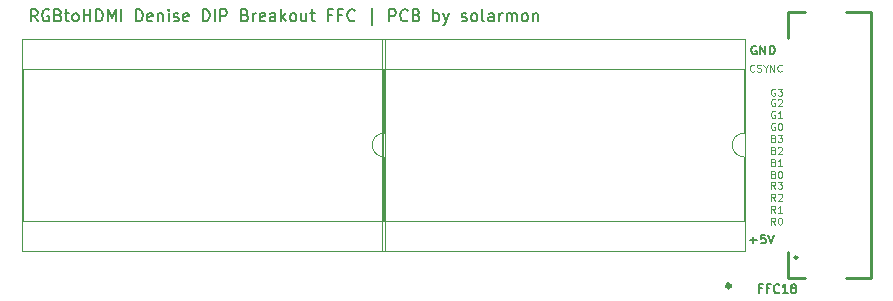
<source format=gbr>
G04 #@! TF.GenerationSoftware,KiCad,Pcbnew,(5.1.9)-1*
G04 #@! TF.CreationDate,2021-05-08T11:49:02+01:00*
G04 #@! TF.ProjectId,RGBtoHDMI Amiga Denise DIP Breakout FFC,52474274-6f48-4444-9d49-20416d696761,v2++ Rev 2*
G04 #@! TF.SameCoordinates,Original*
G04 #@! TF.FileFunction,Legend,Top*
G04 #@! TF.FilePolarity,Positive*
%FSLAX46Y46*%
G04 Gerber Fmt 4.6, Leading zero omitted, Abs format (unit mm)*
G04 Created by KiCad (PCBNEW (5.1.9)-1) date 2021-05-08 11:49:02*
%MOMM*%
%LPD*%
G01*
G04 APERTURE LIST*
%ADD10C,0.200000*%
%ADD11C,0.100000*%
%ADD12C,0.150000*%
%ADD13C,0.400000*%
%ADD14C,0.254000*%
%ADD15C,0.120000*%
G04 APERTURE END LIST*
D10*
X103428238Y-65095380D02*
X103094904Y-64619190D01*
X102856809Y-65095380D02*
X102856809Y-64095380D01*
X103237761Y-64095380D01*
X103333000Y-64143000D01*
X103380619Y-64190619D01*
X103428238Y-64285857D01*
X103428238Y-64428714D01*
X103380619Y-64523952D01*
X103333000Y-64571571D01*
X103237761Y-64619190D01*
X102856809Y-64619190D01*
X104380619Y-64143000D02*
X104285380Y-64095380D01*
X104142523Y-64095380D01*
X103999666Y-64143000D01*
X103904428Y-64238238D01*
X103856809Y-64333476D01*
X103809190Y-64523952D01*
X103809190Y-64666809D01*
X103856809Y-64857285D01*
X103904428Y-64952523D01*
X103999666Y-65047761D01*
X104142523Y-65095380D01*
X104237761Y-65095380D01*
X104380619Y-65047761D01*
X104428238Y-65000142D01*
X104428238Y-64666809D01*
X104237761Y-64666809D01*
X105190142Y-64571571D02*
X105333000Y-64619190D01*
X105380619Y-64666809D01*
X105428238Y-64762047D01*
X105428238Y-64904904D01*
X105380619Y-65000142D01*
X105333000Y-65047761D01*
X105237761Y-65095380D01*
X104856809Y-65095380D01*
X104856809Y-64095380D01*
X105190142Y-64095380D01*
X105285380Y-64143000D01*
X105333000Y-64190619D01*
X105380619Y-64285857D01*
X105380619Y-64381095D01*
X105333000Y-64476333D01*
X105285380Y-64523952D01*
X105190142Y-64571571D01*
X104856809Y-64571571D01*
X105713952Y-64428714D02*
X106094904Y-64428714D01*
X105856809Y-64095380D02*
X105856809Y-64952523D01*
X105904428Y-65047761D01*
X105999666Y-65095380D01*
X106094904Y-65095380D01*
X106571095Y-65095380D02*
X106475857Y-65047761D01*
X106428238Y-65000142D01*
X106380619Y-64904904D01*
X106380619Y-64619190D01*
X106428238Y-64523952D01*
X106475857Y-64476333D01*
X106571095Y-64428714D01*
X106713952Y-64428714D01*
X106809190Y-64476333D01*
X106856809Y-64523952D01*
X106904428Y-64619190D01*
X106904428Y-64904904D01*
X106856809Y-65000142D01*
X106809190Y-65047761D01*
X106713952Y-65095380D01*
X106571095Y-65095380D01*
X107333000Y-65095380D02*
X107333000Y-64095380D01*
X107333000Y-64571571D02*
X107904428Y-64571571D01*
X107904428Y-65095380D02*
X107904428Y-64095380D01*
X108380619Y-65095380D02*
X108380619Y-64095380D01*
X108618714Y-64095380D01*
X108761571Y-64143000D01*
X108856809Y-64238238D01*
X108904428Y-64333476D01*
X108952047Y-64523952D01*
X108952047Y-64666809D01*
X108904428Y-64857285D01*
X108856809Y-64952523D01*
X108761571Y-65047761D01*
X108618714Y-65095380D01*
X108380619Y-65095380D01*
X109380619Y-65095380D02*
X109380619Y-64095380D01*
X109713952Y-64809666D01*
X110047285Y-64095380D01*
X110047285Y-65095380D01*
X110523476Y-65095380D02*
X110523476Y-64095380D01*
X111761571Y-65095380D02*
X111761571Y-64095380D01*
X111999666Y-64095380D01*
X112142523Y-64143000D01*
X112237761Y-64238238D01*
X112285380Y-64333476D01*
X112333000Y-64523952D01*
X112333000Y-64666809D01*
X112285380Y-64857285D01*
X112237761Y-64952523D01*
X112142523Y-65047761D01*
X111999666Y-65095380D01*
X111761571Y-65095380D01*
X113142523Y-65047761D02*
X113047285Y-65095380D01*
X112856809Y-65095380D01*
X112761571Y-65047761D01*
X112713952Y-64952523D01*
X112713952Y-64571571D01*
X112761571Y-64476333D01*
X112856809Y-64428714D01*
X113047285Y-64428714D01*
X113142523Y-64476333D01*
X113190142Y-64571571D01*
X113190142Y-64666809D01*
X112713952Y-64762047D01*
X113618714Y-64428714D02*
X113618714Y-65095380D01*
X113618714Y-64523952D02*
X113666333Y-64476333D01*
X113761571Y-64428714D01*
X113904428Y-64428714D01*
X113999666Y-64476333D01*
X114047285Y-64571571D01*
X114047285Y-65095380D01*
X114523476Y-65095380D02*
X114523476Y-64428714D01*
X114523476Y-64095380D02*
X114475857Y-64143000D01*
X114523476Y-64190619D01*
X114571095Y-64143000D01*
X114523476Y-64095380D01*
X114523476Y-64190619D01*
X114952047Y-65047761D02*
X115047285Y-65095380D01*
X115237761Y-65095380D01*
X115333000Y-65047761D01*
X115380619Y-64952523D01*
X115380619Y-64904904D01*
X115333000Y-64809666D01*
X115237761Y-64762047D01*
X115094904Y-64762047D01*
X114999666Y-64714428D01*
X114952047Y-64619190D01*
X114952047Y-64571571D01*
X114999666Y-64476333D01*
X115094904Y-64428714D01*
X115237761Y-64428714D01*
X115333000Y-64476333D01*
X116190142Y-65047761D02*
X116094904Y-65095380D01*
X115904428Y-65095380D01*
X115809190Y-65047761D01*
X115761571Y-64952523D01*
X115761571Y-64571571D01*
X115809190Y-64476333D01*
X115904428Y-64428714D01*
X116094904Y-64428714D01*
X116190142Y-64476333D01*
X116237761Y-64571571D01*
X116237761Y-64666809D01*
X115761571Y-64762047D01*
X117428238Y-65095380D02*
X117428238Y-64095380D01*
X117666333Y-64095380D01*
X117809190Y-64143000D01*
X117904428Y-64238238D01*
X117952047Y-64333476D01*
X117999666Y-64523952D01*
X117999666Y-64666809D01*
X117952047Y-64857285D01*
X117904428Y-64952523D01*
X117809190Y-65047761D01*
X117666333Y-65095380D01*
X117428238Y-65095380D01*
X118428238Y-65095380D02*
X118428238Y-64095380D01*
X118904428Y-65095380D02*
X118904428Y-64095380D01*
X119285380Y-64095380D01*
X119380619Y-64143000D01*
X119428238Y-64190619D01*
X119475857Y-64285857D01*
X119475857Y-64428714D01*
X119428238Y-64523952D01*
X119380619Y-64571571D01*
X119285380Y-64619190D01*
X118904428Y-64619190D01*
X120999666Y-64571571D02*
X121142523Y-64619190D01*
X121190142Y-64666809D01*
X121237761Y-64762047D01*
X121237761Y-64904904D01*
X121190142Y-65000142D01*
X121142523Y-65047761D01*
X121047285Y-65095380D01*
X120666333Y-65095380D01*
X120666333Y-64095380D01*
X120999666Y-64095380D01*
X121094904Y-64143000D01*
X121142523Y-64190619D01*
X121190142Y-64285857D01*
X121190142Y-64381095D01*
X121142523Y-64476333D01*
X121094904Y-64523952D01*
X120999666Y-64571571D01*
X120666333Y-64571571D01*
X121666333Y-65095380D02*
X121666333Y-64428714D01*
X121666333Y-64619190D02*
X121713952Y-64523952D01*
X121761571Y-64476333D01*
X121856809Y-64428714D01*
X121952047Y-64428714D01*
X122666333Y-65047761D02*
X122571095Y-65095380D01*
X122380619Y-65095380D01*
X122285380Y-65047761D01*
X122237761Y-64952523D01*
X122237761Y-64571571D01*
X122285380Y-64476333D01*
X122380619Y-64428714D01*
X122571095Y-64428714D01*
X122666333Y-64476333D01*
X122713952Y-64571571D01*
X122713952Y-64666809D01*
X122237761Y-64762047D01*
X123571095Y-65095380D02*
X123571095Y-64571571D01*
X123523476Y-64476333D01*
X123428238Y-64428714D01*
X123237761Y-64428714D01*
X123142523Y-64476333D01*
X123571095Y-65047761D02*
X123475857Y-65095380D01*
X123237761Y-65095380D01*
X123142523Y-65047761D01*
X123094904Y-64952523D01*
X123094904Y-64857285D01*
X123142523Y-64762047D01*
X123237761Y-64714428D01*
X123475857Y-64714428D01*
X123571095Y-64666809D01*
X124047285Y-65095380D02*
X124047285Y-64095380D01*
X124142523Y-64714428D02*
X124428238Y-65095380D01*
X124428238Y-64428714D02*
X124047285Y-64809666D01*
X124999666Y-65095380D02*
X124904428Y-65047761D01*
X124856809Y-65000142D01*
X124809190Y-64904904D01*
X124809190Y-64619190D01*
X124856809Y-64523952D01*
X124904428Y-64476333D01*
X124999666Y-64428714D01*
X125142523Y-64428714D01*
X125237761Y-64476333D01*
X125285380Y-64523952D01*
X125332999Y-64619190D01*
X125332999Y-64904904D01*
X125285380Y-65000142D01*
X125237761Y-65047761D01*
X125142523Y-65095380D01*
X124999666Y-65095380D01*
X126190142Y-64428714D02*
X126190142Y-65095380D01*
X125761571Y-64428714D02*
X125761571Y-64952523D01*
X125809190Y-65047761D01*
X125904428Y-65095380D01*
X126047285Y-65095380D01*
X126142523Y-65047761D01*
X126190142Y-65000142D01*
X126523476Y-64428714D02*
X126904428Y-64428714D01*
X126666333Y-64095380D02*
X126666333Y-64952523D01*
X126713952Y-65047761D01*
X126809190Y-65095380D01*
X126904428Y-65095380D01*
X128332999Y-64571571D02*
X127999666Y-64571571D01*
X127999666Y-65095380D02*
X127999666Y-64095380D01*
X128475857Y-64095380D01*
X129190142Y-64571571D02*
X128856809Y-64571571D01*
X128856809Y-65095380D02*
X128856809Y-64095380D01*
X129332999Y-64095380D01*
X130285380Y-65000142D02*
X130237761Y-65047761D01*
X130094904Y-65095380D01*
X129999666Y-65095380D01*
X129856809Y-65047761D01*
X129761571Y-64952523D01*
X129713952Y-64857285D01*
X129666333Y-64666809D01*
X129666333Y-64523952D01*
X129713952Y-64333476D01*
X129761571Y-64238238D01*
X129856809Y-64143000D01*
X129999666Y-64095380D01*
X130094904Y-64095380D01*
X130237761Y-64143000D01*
X130285380Y-64190619D01*
X131713952Y-65428714D02*
X131713952Y-64000142D01*
X133190142Y-65095380D02*
X133190142Y-64095380D01*
X133571095Y-64095380D01*
X133666333Y-64143000D01*
X133713952Y-64190619D01*
X133761571Y-64285857D01*
X133761571Y-64428714D01*
X133713952Y-64523952D01*
X133666333Y-64571571D01*
X133571095Y-64619190D01*
X133190142Y-64619190D01*
X134761571Y-65000142D02*
X134713952Y-65047761D01*
X134571095Y-65095380D01*
X134475857Y-65095380D01*
X134333000Y-65047761D01*
X134237761Y-64952523D01*
X134190142Y-64857285D01*
X134142523Y-64666809D01*
X134142523Y-64523952D01*
X134190142Y-64333476D01*
X134237761Y-64238238D01*
X134333000Y-64143000D01*
X134475857Y-64095380D01*
X134571095Y-64095380D01*
X134713952Y-64143000D01*
X134761571Y-64190619D01*
X135523476Y-64571571D02*
X135666333Y-64619190D01*
X135713952Y-64666809D01*
X135761571Y-64762047D01*
X135761571Y-64904904D01*
X135713952Y-65000142D01*
X135666333Y-65047761D01*
X135571095Y-65095380D01*
X135190142Y-65095380D01*
X135190142Y-64095380D01*
X135523476Y-64095380D01*
X135618714Y-64143000D01*
X135666333Y-64190619D01*
X135713952Y-64285857D01*
X135713952Y-64381095D01*
X135666333Y-64476333D01*
X135618714Y-64523952D01*
X135523476Y-64571571D01*
X135190142Y-64571571D01*
X136952047Y-65095380D02*
X136952047Y-64095380D01*
X136952047Y-64476333D02*
X137047285Y-64428714D01*
X137237761Y-64428714D01*
X137333000Y-64476333D01*
X137380619Y-64523952D01*
X137428238Y-64619190D01*
X137428238Y-64904904D01*
X137380619Y-65000142D01*
X137333000Y-65047761D01*
X137237761Y-65095380D01*
X137047285Y-65095380D01*
X136952047Y-65047761D01*
X137761571Y-64428714D02*
X137999666Y-65095380D01*
X138237761Y-64428714D02*
X137999666Y-65095380D01*
X137904428Y-65333476D01*
X137856809Y-65381095D01*
X137761571Y-65428714D01*
X139333000Y-65047761D02*
X139428238Y-65095380D01*
X139618714Y-65095380D01*
X139713952Y-65047761D01*
X139761571Y-64952523D01*
X139761571Y-64904904D01*
X139713952Y-64809666D01*
X139618714Y-64762047D01*
X139475857Y-64762047D01*
X139380619Y-64714428D01*
X139333000Y-64619190D01*
X139333000Y-64571571D01*
X139380619Y-64476333D01*
X139475857Y-64428714D01*
X139618714Y-64428714D01*
X139713952Y-64476333D01*
X140332999Y-65095380D02*
X140237761Y-65047761D01*
X140190142Y-65000142D01*
X140142523Y-64904904D01*
X140142523Y-64619190D01*
X140190142Y-64523952D01*
X140237761Y-64476333D01*
X140332999Y-64428714D01*
X140475857Y-64428714D01*
X140571095Y-64476333D01*
X140618714Y-64523952D01*
X140666333Y-64619190D01*
X140666333Y-64904904D01*
X140618714Y-65000142D01*
X140571095Y-65047761D01*
X140475857Y-65095380D01*
X140332999Y-65095380D01*
X141237761Y-65095380D02*
X141142523Y-65047761D01*
X141094904Y-64952523D01*
X141094904Y-64095380D01*
X142047285Y-65095380D02*
X142047285Y-64571571D01*
X141999666Y-64476333D01*
X141904428Y-64428714D01*
X141713952Y-64428714D01*
X141618714Y-64476333D01*
X142047285Y-65047761D02*
X141952047Y-65095380D01*
X141713952Y-65095380D01*
X141618714Y-65047761D01*
X141571095Y-64952523D01*
X141571095Y-64857285D01*
X141618714Y-64762047D01*
X141713952Y-64714428D01*
X141952047Y-64714428D01*
X142047285Y-64666809D01*
X142523476Y-65095380D02*
X142523476Y-64428714D01*
X142523476Y-64619190D02*
X142571095Y-64523952D01*
X142618714Y-64476333D01*
X142713952Y-64428714D01*
X142809190Y-64428714D01*
X143142523Y-65095380D02*
X143142523Y-64428714D01*
X143142523Y-64523952D02*
X143190142Y-64476333D01*
X143285380Y-64428714D01*
X143428238Y-64428714D01*
X143523476Y-64476333D01*
X143571095Y-64571571D01*
X143571095Y-65095380D01*
X143571095Y-64571571D02*
X143618714Y-64476333D01*
X143713952Y-64428714D01*
X143856809Y-64428714D01*
X143952047Y-64476333D01*
X143999666Y-64571571D01*
X143999666Y-65095380D01*
X144618714Y-65095380D02*
X144523476Y-65047761D01*
X144475857Y-65000142D01*
X144428238Y-64904904D01*
X144428238Y-64619190D01*
X144475857Y-64523952D01*
X144523476Y-64476333D01*
X144618714Y-64428714D01*
X144761571Y-64428714D01*
X144856809Y-64476333D01*
X144904428Y-64523952D01*
X144952047Y-64619190D01*
X144952047Y-64904904D01*
X144904428Y-65000142D01*
X144856809Y-65047761D01*
X144761571Y-65095380D01*
X144618714Y-65095380D01*
X145380619Y-64428714D02*
X145380619Y-65095380D01*
X145380619Y-64523952D02*
X145428238Y-64476333D01*
X145523476Y-64428714D01*
X145666333Y-64428714D01*
X145761571Y-64476333D01*
X145809190Y-64571571D01*
X145809190Y-65095380D01*
D11*
X165889000Y-80281428D02*
X165689000Y-79995714D01*
X165546142Y-80281428D02*
X165546142Y-79681428D01*
X165774714Y-79681428D01*
X165831857Y-79710000D01*
X165860428Y-79738571D01*
X165889000Y-79795714D01*
X165889000Y-79881428D01*
X165860428Y-79938571D01*
X165831857Y-79967142D01*
X165774714Y-79995714D01*
X165546142Y-79995714D01*
X166117571Y-79738571D02*
X166146142Y-79710000D01*
X166203285Y-79681428D01*
X166346142Y-79681428D01*
X166403285Y-79710000D01*
X166431857Y-79738571D01*
X166460428Y-79795714D01*
X166460428Y-79852857D01*
X166431857Y-79938571D01*
X166089000Y-80281428D01*
X166460428Y-80281428D01*
X165889000Y-79265428D02*
X165689000Y-78979714D01*
X165546142Y-79265428D02*
X165546142Y-78665428D01*
X165774714Y-78665428D01*
X165831857Y-78694000D01*
X165860428Y-78722571D01*
X165889000Y-78779714D01*
X165889000Y-78865428D01*
X165860428Y-78922571D01*
X165831857Y-78951142D01*
X165774714Y-78979714D01*
X165546142Y-78979714D01*
X166089000Y-78665428D02*
X166460428Y-78665428D01*
X166260428Y-78894000D01*
X166346142Y-78894000D01*
X166403285Y-78922571D01*
X166431857Y-78951142D01*
X166460428Y-79008285D01*
X166460428Y-79151142D01*
X166431857Y-79208285D01*
X166403285Y-79236857D01*
X166346142Y-79265428D01*
X166174714Y-79265428D01*
X166117571Y-79236857D01*
X166089000Y-79208285D01*
X165889000Y-82313428D02*
X165689000Y-82027714D01*
X165546142Y-82313428D02*
X165546142Y-81713428D01*
X165774714Y-81713428D01*
X165831857Y-81742000D01*
X165860428Y-81770571D01*
X165889000Y-81827714D01*
X165889000Y-81913428D01*
X165860428Y-81970571D01*
X165831857Y-81999142D01*
X165774714Y-82027714D01*
X165546142Y-82027714D01*
X166260428Y-81713428D02*
X166317571Y-81713428D01*
X166374714Y-81742000D01*
X166403285Y-81770571D01*
X166431857Y-81827714D01*
X166460428Y-81942000D01*
X166460428Y-82084857D01*
X166431857Y-82199142D01*
X166403285Y-82256285D01*
X166374714Y-82284857D01*
X166317571Y-82313428D01*
X166260428Y-82313428D01*
X166203285Y-82284857D01*
X166174714Y-82256285D01*
X166146142Y-82199142D01*
X166117571Y-82084857D01*
X166117571Y-81942000D01*
X166146142Y-81827714D01*
X166174714Y-81770571D01*
X166203285Y-81742000D01*
X166260428Y-81713428D01*
X165889000Y-81297428D02*
X165689000Y-81011714D01*
X165546142Y-81297428D02*
X165546142Y-80697428D01*
X165774714Y-80697428D01*
X165831857Y-80726000D01*
X165860428Y-80754571D01*
X165889000Y-80811714D01*
X165889000Y-80897428D01*
X165860428Y-80954571D01*
X165831857Y-80983142D01*
X165774714Y-81011714D01*
X165546142Y-81011714D01*
X166460428Y-81297428D02*
X166117571Y-81297428D01*
X166289000Y-81297428D02*
X166289000Y-80697428D01*
X166231857Y-80783142D01*
X166174714Y-80840285D01*
X166117571Y-80868857D01*
X165746142Y-75014142D02*
X165831857Y-75042714D01*
X165860428Y-75071285D01*
X165889000Y-75128428D01*
X165889000Y-75214142D01*
X165860428Y-75271285D01*
X165831857Y-75299857D01*
X165774714Y-75328428D01*
X165546142Y-75328428D01*
X165546142Y-74728428D01*
X165746142Y-74728428D01*
X165803285Y-74757000D01*
X165831857Y-74785571D01*
X165860428Y-74842714D01*
X165860428Y-74899857D01*
X165831857Y-74957000D01*
X165803285Y-74985571D01*
X165746142Y-75014142D01*
X165546142Y-75014142D01*
X166089000Y-74728428D02*
X166460428Y-74728428D01*
X166260428Y-74957000D01*
X166346142Y-74957000D01*
X166403285Y-74985571D01*
X166431857Y-75014142D01*
X166460428Y-75071285D01*
X166460428Y-75214142D01*
X166431857Y-75271285D01*
X166403285Y-75299857D01*
X166346142Y-75328428D01*
X166174714Y-75328428D01*
X166117571Y-75299857D01*
X166089000Y-75271285D01*
X165746142Y-76030142D02*
X165831857Y-76058714D01*
X165860428Y-76087285D01*
X165889000Y-76144428D01*
X165889000Y-76230142D01*
X165860428Y-76287285D01*
X165831857Y-76315857D01*
X165774714Y-76344428D01*
X165546142Y-76344428D01*
X165546142Y-75744428D01*
X165746142Y-75744428D01*
X165803285Y-75773000D01*
X165831857Y-75801571D01*
X165860428Y-75858714D01*
X165860428Y-75915857D01*
X165831857Y-75973000D01*
X165803285Y-76001571D01*
X165746142Y-76030142D01*
X165546142Y-76030142D01*
X166117571Y-75801571D02*
X166146142Y-75773000D01*
X166203285Y-75744428D01*
X166346142Y-75744428D01*
X166403285Y-75773000D01*
X166431857Y-75801571D01*
X166460428Y-75858714D01*
X166460428Y-75915857D01*
X166431857Y-76001571D01*
X166089000Y-76344428D01*
X166460428Y-76344428D01*
X165746142Y-77046142D02*
X165831857Y-77074714D01*
X165860428Y-77103285D01*
X165889000Y-77160428D01*
X165889000Y-77246142D01*
X165860428Y-77303285D01*
X165831857Y-77331857D01*
X165774714Y-77360428D01*
X165546142Y-77360428D01*
X165546142Y-76760428D01*
X165746142Y-76760428D01*
X165803285Y-76789000D01*
X165831857Y-76817571D01*
X165860428Y-76874714D01*
X165860428Y-76931857D01*
X165831857Y-76989000D01*
X165803285Y-77017571D01*
X165746142Y-77046142D01*
X165546142Y-77046142D01*
X166460428Y-77360428D02*
X166117571Y-77360428D01*
X166289000Y-77360428D02*
X166289000Y-76760428D01*
X166231857Y-76846142D01*
X166174714Y-76903285D01*
X166117571Y-76931857D01*
X165746142Y-78062142D02*
X165831857Y-78090714D01*
X165860428Y-78119285D01*
X165889000Y-78176428D01*
X165889000Y-78262142D01*
X165860428Y-78319285D01*
X165831857Y-78347857D01*
X165774714Y-78376428D01*
X165546142Y-78376428D01*
X165546142Y-77776428D01*
X165746142Y-77776428D01*
X165803285Y-77805000D01*
X165831857Y-77833571D01*
X165860428Y-77890714D01*
X165860428Y-77947857D01*
X165831857Y-78005000D01*
X165803285Y-78033571D01*
X165746142Y-78062142D01*
X165546142Y-78062142D01*
X166260428Y-77776428D02*
X166317571Y-77776428D01*
X166374714Y-77805000D01*
X166403285Y-77833571D01*
X166431857Y-77890714D01*
X166460428Y-78005000D01*
X166460428Y-78147857D01*
X166431857Y-78262142D01*
X166403285Y-78319285D01*
X166374714Y-78347857D01*
X166317571Y-78376428D01*
X166260428Y-78376428D01*
X166203285Y-78347857D01*
X166174714Y-78319285D01*
X166146142Y-78262142D01*
X166117571Y-78147857D01*
X166117571Y-78005000D01*
X166146142Y-77890714D01*
X166174714Y-77833571D01*
X166203285Y-77805000D01*
X166260428Y-77776428D01*
X165860428Y-73741000D02*
X165803285Y-73712428D01*
X165717571Y-73712428D01*
X165631857Y-73741000D01*
X165574714Y-73798142D01*
X165546142Y-73855285D01*
X165517571Y-73969571D01*
X165517571Y-74055285D01*
X165546142Y-74169571D01*
X165574714Y-74226714D01*
X165631857Y-74283857D01*
X165717571Y-74312428D01*
X165774714Y-74312428D01*
X165860428Y-74283857D01*
X165889000Y-74255285D01*
X165889000Y-74055285D01*
X165774714Y-74055285D01*
X166260428Y-73712428D02*
X166317571Y-73712428D01*
X166374714Y-73741000D01*
X166403285Y-73769571D01*
X166431857Y-73826714D01*
X166460428Y-73941000D01*
X166460428Y-74083857D01*
X166431857Y-74198142D01*
X166403285Y-74255285D01*
X166374714Y-74283857D01*
X166317571Y-74312428D01*
X166260428Y-74312428D01*
X166203285Y-74283857D01*
X166174714Y-74255285D01*
X166146142Y-74198142D01*
X166117571Y-74083857D01*
X166117571Y-73941000D01*
X166146142Y-73826714D01*
X166174714Y-73769571D01*
X166203285Y-73741000D01*
X166260428Y-73712428D01*
X165860428Y-72725000D02*
X165803285Y-72696428D01*
X165717571Y-72696428D01*
X165631857Y-72725000D01*
X165574714Y-72782142D01*
X165546142Y-72839285D01*
X165517571Y-72953571D01*
X165517571Y-73039285D01*
X165546142Y-73153571D01*
X165574714Y-73210714D01*
X165631857Y-73267857D01*
X165717571Y-73296428D01*
X165774714Y-73296428D01*
X165860428Y-73267857D01*
X165889000Y-73239285D01*
X165889000Y-73039285D01*
X165774714Y-73039285D01*
X166460428Y-73296428D02*
X166117571Y-73296428D01*
X166289000Y-73296428D02*
X166289000Y-72696428D01*
X166231857Y-72782142D01*
X166174714Y-72839285D01*
X166117571Y-72867857D01*
X165860428Y-71709000D02*
X165803285Y-71680428D01*
X165717571Y-71680428D01*
X165631857Y-71709000D01*
X165574714Y-71766142D01*
X165546142Y-71823285D01*
X165517571Y-71937571D01*
X165517571Y-72023285D01*
X165546142Y-72137571D01*
X165574714Y-72194714D01*
X165631857Y-72251857D01*
X165717571Y-72280428D01*
X165774714Y-72280428D01*
X165860428Y-72251857D01*
X165889000Y-72223285D01*
X165889000Y-72023285D01*
X165774714Y-72023285D01*
X166117571Y-71737571D02*
X166146142Y-71709000D01*
X166203285Y-71680428D01*
X166346142Y-71680428D01*
X166403285Y-71709000D01*
X166431857Y-71737571D01*
X166460428Y-71794714D01*
X166460428Y-71851857D01*
X166431857Y-71937571D01*
X166089000Y-72280428D01*
X166460428Y-72280428D01*
X165860428Y-70820000D02*
X165803285Y-70791428D01*
X165717571Y-70791428D01*
X165631857Y-70820000D01*
X165574714Y-70877142D01*
X165546142Y-70934285D01*
X165517571Y-71048571D01*
X165517571Y-71134285D01*
X165546142Y-71248571D01*
X165574714Y-71305714D01*
X165631857Y-71362857D01*
X165717571Y-71391428D01*
X165774714Y-71391428D01*
X165860428Y-71362857D01*
X165889000Y-71334285D01*
X165889000Y-71134285D01*
X165774714Y-71134285D01*
X166089000Y-70791428D02*
X166460428Y-70791428D01*
X166260428Y-71020000D01*
X166346142Y-71020000D01*
X166403285Y-71048571D01*
X166431857Y-71077142D01*
X166460428Y-71134285D01*
X166460428Y-71277142D01*
X166431857Y-71334285D01*
X166403285Y-71362857D01*
X166346142Y-71391428D01*
X166174714Y-71391428D01*
X166117571Y-71362857D01*
X166089000Y-71334285D01*
X164128571Y-69302285D02*
X164100000Y-69330857D01*
X164014285Y-69359428D01*
X163957142Y-69359428D01*
X163871428Y-69330857D01*
X163814285Y-69273714D01*
X163785714Y-69216571D01*
X163757142Y-69102285D01*
X163757142Y-69016571D01*
X163785714Y-68902285D01*
X163814285Y-68845142D01*
X163871428Y-68788000D01*
X163957142Y-68759428D01*
X164014285Y-68759428D01*
X164100000Y-68788000D01*
X164128571Y-68816571D01*
X164357142Y-69330857D02*
X164442857Y-69359428D01*
X164585714Y-69359428D01*
X164642857Y-69330857D01*
X164671428Y-69302285D01*
X164700000Y-69245142D01*
X164700000Y-69188000D01*
X164671428Y-69130857D01*
X164642857Y-69102285D01*
X164585714Y-69073714D01*
X164471428Y-69045142D01*
X164414285Y-69016571D01*
X164385714Y-68988000D01*
X164357142Y-68930857D01*
X164357142Y-68873714D01*
X164385714Y-68816571D01*
X164414285Y-68788000D01*
X164471428Y-68759428D01*
X164614285Y-68759428D01*
X164700000Y-68788000D01*
X165071428Y-69073714D02*
X165071428Y-69359428D01*
X164871428Y-68759428D02*
X165071428Y-69073714D01*
X165271428Y-68759428D01*
X165471428Y-69359428D02*
X165471428Y-68759428D01*
X165814285Y-69359428D01*
X165814285Y-68759428D01*
X166442857Y-69302285D02*
X166414285Y-69330857D01*
X166328571Y-69359428D01*
X166271428Y-69359428D01*
X166185714Y-69330857D01*
X166128571Y-69273714D01*
X166100000Y-69216571D01*
X166071428Y-69102285D01*
X166071428Y-69016571D01*
X166100000Y-68902285D01*
X166128571Y-68845142D01*
X166185714Y-68788000D01*
X166271428Y-68759428D01*
X166328571Y-68759428D01*
X166414285Y-68788000D01*
X166442857Y-68816571D01*
D12*
X164274571Y-67189000D02*
X164203142Y-67153285D01*
X164096000Y-67153285D01*
X163988857Y-67189000D01*
X163917428Y-67260428D01*
X163881714Y-67331857D01*
X163846000Y-67474714D01*
X163846000Y-67581857D01*
X163881714Y-67724714D01*
X163917428Y-67796142D01*
X163988857Y-67867571D01*
X164096000Y-67903285D01*
X164167428Y-67903285D01*
X164274571Y-67867571D01*
X164310285Y-67831857D01*
X164310285Y-67581857D01*
X164167428Y-67581857D01*
X164631714Y-67903285D02*
X164631714Y-67153285D01*
X165060285Y-67903285D01*
X165060285Y-67153285D01*
X165417428Y-67903285D02*
X165417428Y-67153285D01*
X165596000Y-67153285D01*
X165703142Y-67189000D01*
X165774571Y-67260428D01*
X165810285Y-67331857D01*
X165846000Y-67474714D01*
X165846000Y-67581857D01*
X165810285Y-67724714D01*
X165774571Y-67796142D01*
X165703142Y-67867571D01*
X165596000Y-67903285D01*
X165417428Y-67903285D01*
X163754714Y-83619571D02*
X164326142Y-83619571D01*
X164040428Y-83905285D02*
X164040428Y-83333857D01*
X165040428Y-83155285D02*
X164683285Y-83155285D01*
X164647571Y-83512428D01*
X164683285Y-83476714D01*
X164754714Y-83441000D01*
X164933285Y-83441000D01*
X165004714Y-83476714D01*
X165040428Y-83512428D01*
X165076142Y-83583857D01*
X165076142Y-83762428D01*
X165040428Y-83833857D01*
X165004714Y-83869571D01*
X164933285Y-83905285D01*
X164754714Y-83905285D01*
X164683285Y-83869571D01*
X164647571Y-83833857D01*
X165290428Y-83155285D02*
X165540428Y-83905285D01*
X165790428Y-83155285D01*
D13*
X162052000Y-87503000D02*
G75*
G03*
X162052000Y-87503000I-127000J0D01*
G01*
D14*
X168404000Y-64325000D02*
X167005000Y-64325000D01*
X167005000Y-64325000D02*
X167005000Y-66534000D01*
X173990000Y-64325000D02*
X171866000Y-64325000D01*
X173990000Y-86805000D02*
X173990000Y-64325000D01*
X167005000Y-86805000D02*
X167005000Y-84596000D01*
X171866000Y-86805000D02*
X173990000Y-86805000D01*
X167005000Y-86805000D02*
X168404000Y-86805000D01*
X167767000Y-85090000D02*
G75*
G03*
X167767000Y-85090000I-127000J0D01*
G01*
D15*
X163255000Y-74565000D02*
X163255000Y-69105000D01*
X163255000Y-69105000D02*
X132655000Y-69105000D01*
X132655000Y-69105000D02*
X132655000Y-82025000D01*
X132655000Y-82025000D02*
X163255000Y-82025000D01*
X163255000Y-82025000D02*
X163255000Y-76565000D01*
X163315000Y-66615000D02*
X132595000Y-66615000D01*
X132595000Y-66615000D02*
X132595000Y-84515000D01*
X132595000Y-84515000D02*
X163315000Y-84515000D01*
X163315000Y-84515000D02*
X163315000Y-66615000D01*
X163255000Y-76565000D02*
G75*
G02*
X163255000Y-74565000I0J1000000D01*
G01*
X132775000Y-74565000D02*
X132775000Y-69105000D01*
X132775000Y-69105000D02*
X102175000Y-69105000D01*
X102175000Y-69105000D02*
X102175000Y-82025000D01*
X102175000Y-82025000D02*
X132775000Y-82025000D01*
X132775000Y-82025000D02*
X132775000Y-76565000D01*
X132835000Y-66615000D02*
X102115000Y-66615000D01*
X102115000Y-66615000D02*
X102115000Y-84515000D01*
X102115000Y-84515000D02*
X132835000Y-84515000D01*
X132835000Y-84515000D02*
X132835000Y-66615000D01*
X132775000Y-76565000D02*
G75*
G02*
X132775000Y-74565000I0J1000000D01*
G01*
D12*
X164760785Y-87703428D02*
X164510785Y-87703428D01*
X164510785Y-88096285D02*
X164510785Y-87346285D01*
X164867928Y-87346285D01*
X165403642Y-87703428D02*
X165153642Y-87703428D01*
X165153642Y-88096285D02*
X165153642Y-87346285D01*
X165510785Y-87346285D01*
X166225071Y-88024857D02*
X166189357Y-88060571D01*
X166082214Y-88096285D01*
X166010785Y-88096285D01*
X165903642Y-88060571D01*
X165832214Y-87989142D01*
X165796500Y-87917714D01*
X165760785Y-87774857D01*
X165760785Y-87667714D01*
X165796500Y-87524857D01*
X165832214Y-87453428D01*
X165903642Y-87382000D01*
X166010785Y-87346285D01*
X166082214Y-87346285D01*
X166189357Y-87382000D01*
X166225071Y-87417714D01*
X166939357Y-88096285D02*
X166510785Y-88096285D01*
X166725071Y-88096285D02*
X166725071Y-87346285D01*
X166653642Y-87453428D01*
X166582214Y-87524857D01*
X166510785Y-87560571D01*
X167367928Y-87667714D02*
X167296500Y-87632000D01*
X167260785Y-87596285D01*
X167225071Y-87524857D01*
X167225071Y-87489142D01*
X167260785Y-87417714D01*
X167296500Y-87382000D01*
X167367928Y-87346285D01*
X167510785Y-87346285D01*
X167582214Y-87382000D01*
X167617928Y-87417714D01*
X167653642Y-87489142D01*
X167653642Y-87524857D01*
X167617928Y-87596285D01*
X167582214Y-87632000D01*
X167510785Y-87667714D01*
X167367928Y-87667714D01*
X167296500Y-87703428D01*
X167260785Y-87739142D01*
X167225071Y-87810571D01*
X167225071Y-87953428D01*
X167260785Y-88024857D01*
X167296500Y-88060571D01*
X167367928Y-88096285D01*
X167510785Y-88096285D01*
X167582214Y-88060571D01*
X167617928Y-88024857D01*
X167653642Y-87953428D01*
X167653642Y-87810571D01*
X167617928Y-87739142D01*
X167582214Y-87703428D01*
X167510785Y-87667714D01*
M02*

</source>
